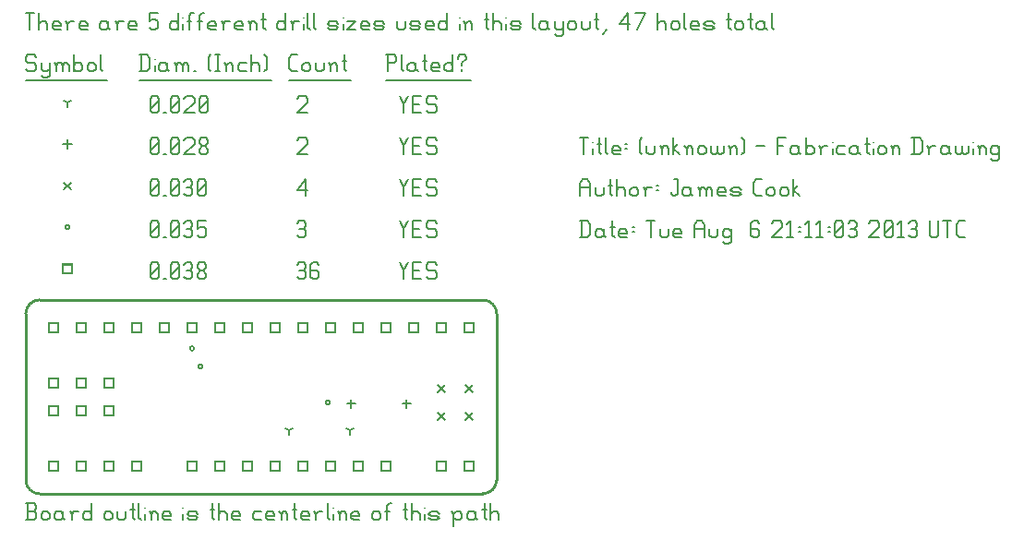
<source format=gbr>
G04 start of page 11 for group -3984 idx -3984 *
G04 Title: (unknown), fab *
G04 Creator: pcb 20110918 *
G04 CreationDate: Tue Aug  6 21:11:03 2013 UTC *
G04 For: mokus *
G04 Format: Gerber/RS-274X *
G04 PCB-Dimensions: 170000 70000 *
G04 PCB-Coordinate-Origin: lower left *
%MOIN*%
%FSLAX25Y25*%
%LNFAB*%
%ADD113C,0.0100*%
%ADD112C,0.0075*%
%ADD111C,0.0060*%
%ADD110R,0.0080X0.0080*%
G54D110*X88400Y61600D02*X91600D01*
X88400D02*Y58400D01*
X91600D01*
Y61600D02*Y58400D01*
X98400Y61600D02*X101600D01*
X98400D02*Y58400D01*
X101600D01*
Y61600D02*Y58400D01*
X108400Y61600D02*X111600D01*
X108400D02*Y58400D01*
X111600D01*
Y61600D02*Y58400D01*
X118400Y61600D02*X121600D01*
X118400D02*Y58400D01*
X121600D01*
Y61600D02*Y58400D01*
X128400Y61600D02*X131600D01*
X128400D02*Y58400D01*
X131600D01*
Y61600D02*Y58400D01*
X138400Y61600D02*X141600D01*
X138400D02*Y58400D01*
X141600D01*
Y61600D02*Y58400D01*
X148400Y61600D02*X151600D01*
X148400D02*Y58400D01*
X151600D01*
Y61600D02*Y58400D01*
X158400Y61600D02*X161600D01*
X158400D02*Y58400D01*
X161600D01*
Y61600D02*Y58400D01*
X8400Y61600D02*X11600D01*
X8400D02*Y58400D01*
X11600D01*
Y61600D02*Y58400D01*
X18400Y61600D02*X21600D01*
X18400D02*Y58400D01*
X21600D01*
Y61600D02*Y58400D01*
X28400Y61600D02*X31600D01*
X28400D02*Y58400D01*
X31600D01*
Y61600D02*Y58400D01*
X38400Y61600D02*X41600D01*
X38400D02*Y58400D01*
X41600D01*
Y61600D02*Y58400D01*
X48400Y61600D02*X51600D01*
X48400D02*Y58400D01*
X51600D01*
Y61600D02*Y58400D01*
X58400Y61600D02*X61600D01*
X58400D02*Y58400D01*
X61600D01*
Y61600D02*Y58400D01*
X68400Y61600D02*X71600D01*
X68400D02*Y58400D01*
X71600D01*
Y61600D02*Y58400D01*
X78400Y61600D02*X81600D01*
X78400D02*Y58400D01*
X81600D01*
Y61600D02*Y58400D01*
X158400Y11600D02*X161600D01*
X158400D02*Y8400D01*
X161600D01*
Y11600D02*Y8400D01*
X148400Y11600D02*X151600D01*
X148400D02*Y8400D01*
X151600D01*
Y11600D02*Y8400D01*
X128400Y11600D02*X131600D01*
X128400D02*Y8400D01*
X131600D01*
Y11600D02*Y8400D01*
X118400Y11600D02*X121600D01*
X118400D02*Y8400D01*
X121600D01*
Y11600D02*Y8400D01*
X108400Y11600D02*X111600D01*
X108400D02*Y8400D01*
X111600D01*
Y11600D02*Y8400D01*
X98400Y11600D02*X101600D01*
X98400D02*Y8400D01*
X101600D01*
Y11600D02*Y8400D01*
X88400Y11600D02*X91600D01*
X88400D02*Y8400D01*
X91600D01*
Y11600D02*Y8400D01*
X78400Y11600D02*X81600D01*
X78400D02*Y8400D01*
X81600D01*
Y11600D02*Y8400D01*
X68400Y11600D02*X71600D01*
X68400D02*Y8400D01*
X71600D01*
Y11600D02*Y8400D01*
X58400Y11600D02*X61600D01*
X58400D02*Y8400D01*
X61600D01*
Y11600D02*Y8400D01*
X8400Y11600D02*X11600D01*
X8400D02*Y8400D01*
X11600D01*
Y11600D02*Y8400D01*
X18400Y11600D02*X21600D01*
X18400D02*Y8400D01*
X21600D01*
Y11600D02*Y8400D01*
X28400Y11600D02*X31600D01*
X28400D02*Y8400D01*
X31600D01*
Y11600D02*Y8400D01*
X38400Y11600D02*X41600D01*
X38400D02*Y8400D01*
X41600D01*
Y11600D02*Y8400D01*
X8400Y31600D02*X11600D01*
X8400D02*Y28400D01*
X11600D01*
Y31600D02*Y28400D01*
X8400Y41600D02*X11600D01*
X8400D02*Y38400D01*
X11600D01*
Y41600D02*Y38400D01*
X18400Y31600D02*X21600D01*
X18400D02*Y28400D01*
X21600D01*
Y31600D02*Y28400D01*
X18400Y41600D02*X21600D01*
X18400D02*Y38400D01*
X21600D01*
Y41600D02*Y38400D01*
X28400Y31600D02*X31600D01*
X28400D02*Y28400D01*
X31600D01*
Y31600D02*Y28400D01*
X28400Y41600D02*X31600D01*
X28400D02*Y38400D01*
X31600D01*
Y41600D02*Y38400D01*
X13400Y82850D02*X16600D01*
X13400D02*Y79650D01*
X16600D01*
Y82850D02*Y79650D01*
G54D111*X135000Y83500D02*X136500Y80500D01*
X138000Y83500D01*
X136500Y80500D02*Y77500D01*
X139800Y80800D02*X142050D01*
X139800Y77500D02*X142800D01*
X139800Y83500D02*Y77500D01*
Y83500D02*X142800D01*
X147600D02*X148350Y82750D01*
X145350Y83500D02*X147600D01*
X144600Y82750D02*X145350Y83500D01*
X144600Y82750D02*Y81250D01*
X145350Y80500D01*
X147600D01*
X148350Y79750D01*
Y78250D01*
X147600Y77500D02*X148350Y78250D01*
X145350Y77500D02*X147600D01*
X144600Y78250D02*X145350Y77500D01*
X98000Y82750D02*X98750Y83500D01*
X100250D01*
X101000Y82750D01*
X100250Y77500D02*X101000Y78250D01*
X98750Y77500D02*X100250D01*
X98000Y78250D02*X98750Y77500D01*
Y80800D02*X100250D01*
X101000Y82750D02*Y81550D01*
Y80050D02*Y78250D01*
Y80050D02*X100250Y80800D01*
X101000Y81550D02*X100250Y80800D01*
X105050Y83500D02*X105800Y82750D01*
X103550Y83500D02*X105050D01*
X102800Y82750D02*X103550Y83500D01*
X102800Y82750D02*Y78250D01*
X103550Y77500D01*
X105050Y80800D02*X105800Y80050D01*
X102800Y80800D02*X105050D01*
X103550Y77500D02*X105050D01*
X105800Y78250D01*
Y80050D02*Y78250D01*
X45000D02*X45750Y77500D01*
X45000Y82750D02*Y78250D01*
Y82750D02*X45750Y83500D01*
X47250D01*
X48000Y82750D01*
Y78250D01*
X47250Y77500D02*X48000Y78250D01*
X45750Y77500D02*X47250D01*
X45000Y79000D02*X48000Y82000D01*
X49800Y77500D02*X50550D01*
X52350Y78250D02*X53100Y77500D01*
X52350Y82750D02*Y78250D01*
Y82750D02*X53100Y83500D01*
X54600D01*
X55350Y82750D01*
Y78250D01*
X54600Y77500D02*X55350Y78250D01*
X53100Y77500D02*X54600D01*
X52350Y79000D02*X55350Y82000D01*
X57150Y82750D02*X57900Y83500D01*
X59400D01*
X60150Y82750D01*
X59400Y77500D02*X60150Y78250D01*
X57900Y77500D02*X59400D01*
X57150Y78250D02*X57900Y77500D01*
Y80800D02*X59400D01*
X60150Y82750D02*Y81550D01*
Y80050D02*Y78250D01*
Y80050D02*X59400Y80800D01*
X60150Y81550D02*X59400Y80800D01*
X61950Y78250D02*X62700Y77500D01*
X61950Y79450D02*Y78250D01*
Y79450D02*X63000Y80500D01*
X63900D01*
X64950Y79450D01*
Y78250D01*
X64200Y77500D02*X64950Y78250D01*
X62700Y77500D02*X64200D01*
X61950Y81550D02*X63000Y80500D01*
X61950Y82750D02*Y81550D01*
Y82750D02*X62700Y83500D01*
X64200D01*
X64950Y82750D01*
Y81550D01*
X63900Y80500D02*X64950Y81550D01*
X59200Y52500D02*G75*G03X60800Y52500I800J0D01*G01*
G75*G03X59200Y52500I-800J0D01*G01*
X62200Y46000D02*G75*G03X63800Y46000I800J0D01*G01*
G75*G03X62200Y46000I-800J0D01*G01*
X108200Y33000D02*G75*G03X109800Y33000I800J0D01*G01*
G75*G03X108200Y33000I-800J0D01*G01*
X14200Y96250D02*G75*G03X15800Y96250I800J0D01*G01*
G75*G03X14200Y96250I-800J0D01*G01*
X135000Y98500D02*X136500Y95500D01*
X138000Y98500D01*
X136500Y95500D02*Y92500D01*
X139800Y95800D02*X142050D01*
X139800Y92500D02*X142800D01*
X139800Y98500D02*Y92500D01*
Y98500D02*X142800D01*
X147600D02*X148350Y97750D01*
X145350Y98500D02*X147600D01*
X144600Y97750D02*X145350Y98500D01*
X144600Y97750D02*Y96250D01*
X145350Y95500D01*
X147600D01*
X148350Y94750D01*
Y93250D01*
X147600Y92500D02*X148350Y93250D01*
X145350Y92500D02*X147600D01*
X144600Y93250D02*X145350Y92500D01*
X98000Y97750D02*X98750Y98500D01*
X100250D01*
X101000Y97750D01*
X100250Y92500D02*X101000Y93250D01*
X98750Y92500D02*X100250D01*
X98000Y93250D02*X98750Y92500D01*
Y95800D02*X100250D01*
X101000Y97750D02*Y96550D01*
Y95050D02*Y93250D01*
Y95050D02*X100250Y95800D01*
X101000Y96550D02*X100250Y95800D01*
X45000Y93250D02*X45750Y92500D01*
X45000Y97750D02*Y93250D01*
Y97750D02*X45750Y98500D01*
X47250D01*
X48000Y97750D01*
Y93250D01*
X47250Y92500D02*X48000Y93250D01*
X45750Y92500D02*X47250D01*
X45000Y94000D02*X48000Y97000D01*
X49800Y92500D02*X50550D01*
X52350Y93250D02*X53100Y92500D01*
X52350Y97750D02*Y93250D01*
Y97750D02*X53100Y98500D01*
X54600D01*
X55350Y97750D01*
Y93250D01*
X54600Y92500D02*X55350Y93250D01*
X53100Y92500D02*X54600D01*
X52350Y94000D02*X55350Y97000D01*
X57150Y97750D02*X57900Y98500D01*
X59400D01*
X60150Y97750D01*
X59400Y92500D02*X60150Y93250D01*
X57900Y92500D02*X59400D01*
X57150Y93250D02*X57900Y92500D01*
Y95800D02*X59400D01*
X60150Y97750D02*Y96550D01*
Y95050D02*Y93250D01*
Y95050D02*X59400Y95800D01*
X60150Y96550D02*X59400Y95800D01*
X61950Y98500D02*X64950D01*
X61950D02*Y95500D01*
X62700Y96250D01*
X64200D01*
X64950Y95500D01*
Y93250D01*
X64200Y92500D02*X64950Y93250D01*
X62700Y92500D02*X64200D01*
X61950Y93250D02*X62700Y92500D01*
X148800Y39200D02*X151200Y36800D01*
X148800D02*X151200Y39200D01*
X148800Y29200D02*X151200Y26800D01*
X148800D02*X151200Y29200D01*
X158800Y39186D02*X161200Y36786D01*
X158800D02*X161200Y39186D01*
X158800Y29186D02*X161200Y26786D01*
X158800D02*X161200Y29186D01*
X13800Y112450D02*X16200Y110050D01*
X13800D02*X16200Y112450D01*
X135000Y113500D02*X136500Y110500D01*
X138000Y113500D01*
X136500Y110500D02*Y107500D01*
X139800Y110800D02*X142050D01*
X139800Y107500D02*X142800D01*
X139800Y113500D02*Y107500D01*
Y113500D02*X142800D01*
X147600D02*X148350Y112750D01*
X145350Y113500D02*X147600D01*
X144600Y112750D02*X145350Y113500D01*
X144600Y112750D02*Y111250D01*
X145350Y110500D01*
X147600D01*
X148350Y109750D01*
Y108250D01*
X147600Y107500D02*X148350Y108250D01*
X145350Y107500D02*X147600D01*
X144600Y108250D02*X145350Y107500D01*
X98000Y109750D02*X101000Y113500D01*
X98000Y109750D02*X101750D01*
X101000Y113500D02*Y107500D01*
X45000Y108250D02*X45750Y107500D01*
X45000Y112750D02*Y108250D01*
Y112750D02*X45750Y113500D01*
X47250D01*
X48000Y112750D01*
Y108250D01*
X47250Y107500D02*X48000Y108250D01*
X45750Y107500D02*X47250D01*
X45000Y109000D02*X48000Y112000D01*
X49800Y107500D02*X50550D01*
X52350Y108250D02*X53100Y107500D01*
X52350Y112750D02*Y108250D01*
Y112750D02*X53100Y113500D01*
X54600D01*
X55350Y112750D01*
Y108250D01*
X54600Y107500D02*X55350Y108250D01*
X53100Y107500D02*X54600D01*
X52350Y109000D02*X55350Y112000D01*
X57150Y112750D02*X57900Y113500D01*
X59400D01*
X60150Y112750D01*
X59400Y107500D02*X60150Y108250D01*
X57900Y107500D02*X59400D01*
X57150Y108250D02*X57900Y107500D01*
Y110800D02*X59400D01*
X60150Y112750D02*Y111550D01*
Y110050D02*Y108250D01*
Y110050D02*X59400Y110800D01*
X60150Y111550D02*X59400Y110800D01*
X61950Y108250D02*X62700Y107500D01*
X61950Y112750D02*Y108250D01*
Y112750D02*X62700Y113500D01*
X64200D01*
X64950Y112750D01*
Y108250D01*
X64200Y107500D02*X64950Y108250D01*
X62700Y107500D02*X64200D01*
X61950Y109000D02*X64950Y112000D01*
X117500Y34100D02*Y30900D01*
X115900Y32500D02*X119100D01*
X137500Y34100D02*Y30900D01*
X135900Y32500D02*X139100D01*
X15000Y127850D02*Y124650D01*
X13400Y126250D02*X16600D01*
X135000Y128500D02*X136500Y125500D01*
X138000Y128500D01*
X136500Y125500D02*Y122500D01*
X139800Y125800D02*X142050D01*
X139800Y122500D02*X142800D01*
X139800Y128500D02*Y122500D01*
Y128500D02*X142800D01*
X147600D02*X148350Y127750D01*
X145350Y128500D02*X147600D01*
X144600Y127750D02*X145350Y128500D01*
X144600Y127750D02*Y126250D01*
X145350Y125500D01*
X147600D01*
X148350Y124750D01*
Y123250D01*
X147600Y122500D02*X148350Y123250D01*
X145350Y122500D02*X147600D01*
X144600Y123250D02*X145350Y122500D01*
X98000Y127750D02*X98750Y128500D01*
X101000D01*
X101750Y127750D01*
Y126250D01*
X98000Y122500D02*X101750Y126250D01*
X98000Y122500D02*X101750D01*
X45000Y123250D02*X45750Y122500D01*
X45000Y127750D02*Y123250D01*
Y127750D02*X45750Y128500D01*
X47250D01*
X48000Y127750D01*
Y123250D01*
X47250Y122500D02*X48000Y123250D01*
X45750Y122500D02*X47250D01*
X45000Y124000D02*X48000Y127000D01*
X49800Y122500D02*X50550D01*
X52350Y123250D02*X53100Y122500D01*
X52350Y127750D02*Y123250D01*
Y127750D02*X53100Y128500D01*
X54600D01*
X55350Y127750D01*
Y123250D01*
X54600Y122500D02*X55350Y123250D01*
X53100Y122500D02*X54600D01*
X52350Y124000D02*X55350Y127000D01*
X57150Y127750D02*X57900Y128500D01*
X60150D01*
X60900Y127750D01*
Y126250D01*
X57150Y122500D02*X60900Y126250D01*
X57150Y122500D02*X60900D01*
X62700Y123250D02*X63450Y122500D01*
X62700Y124450D02*Y123250D01*
Y124450D02*X63750Y125500D01*
X64650D01*
X65700Y124450D01*
Y123250D01*
X64950Y122500D02*X65700Y123250D01*
X63450Y122500D02*X64950D01*
X62700Y126550D02*X63750Y125500D01*
X62700Y127750D02*Y126550D01*
Y127750D02*X63450Y128500D01*
X64950D01*
X65700Y127750D01*
Y126550D01*
X64650Y125500D02*X65700Y126550D01*
X95000Y23000D02*Y21400D01*
Y23000D02*X96387Y23800D01*
X95000Y23000D02*X93613Y23800D01*
X117000Y23000D02*Y21400D01*
Y23000D02*X118387Y23800D01*
X117000Y23000D02*X115613Y23800D01*
X15000Y141250D02*Y139650D01*
Y141250D02*X16387Y142050D01*
X15000Y141250D02*X13613Y142050D01*
X135000Y143500D02*X136500Y140500D01*
X138000Y143500D01*
X136500Y140500D02*Y137500D01*
X139800Y140800D02*X142050D01*
X139800Y137500D02*X142800D01*
X139800Y143500D02*Y137500D01*
Y143500D02*X142800D01*
X147600D02*X148350Y142750D01*
X145350Y143500D02*X147600D01*
X144600Y142750D02*X145350Y143500D01*
X144600Y142750D02*Y141250D01*
X145350Y140500D01*
X147600D01*
X148350Y139750D01*
Y138250D01*
X147600Y137500D02*X148350Y138250D01*
X145350Y137500D02*X147600D01*
X144600Y138250D02*X145350Y137500D01*
X98000Y142750D02*X98750Y143500D01*
X101000D01*
X101750Y142750D01*
Y141250D01*
X98000Y137500D02*X101750Y141250D01*
X98000Y137500D02*X101750D01*
X45000Y138250D02*X45750Y137500D01*
X45000Y142750D02*Y138250D01*
Y142750D02*X45750Y143500D01*
X47250D01*
X48000Y142750D01*
Y138250D01*
X47250Y137500D02*X48000Y138250D01*
X45750Y137500D02*X47250D01*
X45000Y139000D02*X48000Y142000D01*
X49800Y137500D02*X50550D01*
X52350Y138250D02*X53100Y137500D01*
X52350Y142750D02*Y138250D01*
Y142750D02*X53100Y143500D01*
X54600D01*
X55350Y142750D01*
Y138250D01*
X54600Y137500D02*X55350Y138250D01*
X53100Y137500D02*X54600D01*
X52350Y139000D02*X55350Y142000D01*
X57150Y142750D02*X57900Y143500D01*
X60150D01*
X60900Y142750D01*
Y141250D01*
X57150Y137500D02*X60900Y141250D01*
X57150Y137500D02*X60900D01*
X62700Y138250D02*X63450Y137500D01*
X62700Y142750D02*Y138250D01*
Y142750D02*X63450Y143500D01*
X64950D01*
X65700Y142750D01*
Y138250D01*
X64950Y137500D02*X65700Y138250D01*
X63450Y137500D02*X64950D01*
X62700Y139000D02*X65700Y142000D01*
X3000Y158500D02*X3750Y157750D01*
X750Y158500D02*X3000D01*
X0Y157750D02*X750Y158500D01*
X0Y157750D02*Y156250D01*
X750Y155500D01*
X3000D01*
X3750Y154750D01*
Y153250D01*
X3000Y152500D02*X3750Y153250D01*
X750Y152500D02*X3000D01*
X0Y153250D02*X750Y152500D01*
X5550Y155500D02*Y153250D01*
X6300Y152500D01*
X8550Y155500D02*Y151000D01*
X7800Y150250D02*X8550Y151000D01*
X6300Y150250D02*X7800D01*
X5550Y151000D02*X6300Y150250D01*
Y152500D02*X7800D01*
X8550Y153250D01*
X11100Y154750D02*Y152500D01*
Y154750D02*X11850Y155500D01*
X12600D01*
X13350Y154750D01*
Y152500D01*
Y154750D02*X14100Y155500D01*
X14850D01*
X15600Y154750D01*
Y152500D01*
X10350Y155500D02*X11100Y154750D01*
X17400Y158500D02*Y152500D01*
Y153250D02*X18150Y152500D01*
X19650D01*
X20400Y153250D01*
Y154750D02*Y153250D01*
X19650Y155500D02*X20400Y154750D01*
X18150Y155500D02*X19650D01*
X17400Y154750D02*X18150Y155500D01*
X22200Y154750D02*Y153250D01*
Y154750D02*X22950Y155500D01*
X24450D01*
X25200Y154750D01*
Y153250D01*
X24450Y152500D02*X25200Y153250D01*
X22950Y152500D02*X24450D01*
X22200Y153250D02*X22950Y152500D01*
X27000Y158500D02*Y153250D01*
X27750Y152500D01*
X0Y149250D02*X29250D01*
X41750Y158500D02*Y152500D01*
X43700Y158500D02*X44750Y157450D01*
Y153550D01*
X43700Y152500D02*X44750Y153550D01*
X41000Y152500D02*X43700D01*
X41000Y158500D02*X43700D01*
G54D112*X46550Y157000D02*Y156850D01*
G54D111*Y154750D02*Y152500D01*
X50300Y155500D02*X51050Y154750D01*
X48800Y155500D02*X50300D01*
X48050Y154750D02*X48800Y155500D01*
X48050Y154750D02*Y153250D01*
X48800Y152500D01*
X51050Y155500D02*Y153250D01*
X51800Y152500D01*
X48800D02*X50300D01*
X51050Y153250D01*
X54350Y154750D02*Y152500D01*
Y154750D02*X55100Y155500D01*
X55850D01*
X56600Y154750D01*
Y152500D01*
Y154750D02*X57350Y155500D01*
X58100D01*
X58850Y154750D01*
Y152500D01*
X53600Y155500D02*X54350Y154750D01*
X60650Y152500D02*X61400D01*
X65900Y153250D02*X66650Y152500D01*
X65900Y157750D02*X66650Y158500D01*
X65900Y157750D02*Y153250D01*
X68450Y158500D02*X69950D01*
X69200D02*Y152500D01*
X68450D02*X69950D01*
X72500Y154750D02*Y152500D01*
Y154750D02*X73250Y155500D01*
X74000D01*
X74750Y154750D01*
Y152500D01*
X71750Y155500D02*X72500Y154750D01*
X77300Y155500D02*X79550D01*
X76550Y154750D02*X77300Y155500D01*
X76550Y154750D02*Y153250D01*
X77300Y152500D01*
X79550D01*
X81350Y158500D02*Y152500D01*
Y154750D02*X82100Y155500D01*
X83600D01*
X84350Y154750D01*
Y152500D01*
X86150Y158500D02*X86900Y157750D01*
Y153250D01*
X86150Y152500D02*X86900Y153250D01*
X41000Y149250D02*X88700D01*
X96050Y152500D02*X98000D01*
X95000Y153550D02*X96050Y152500D01*
X95000Y157450D02*Y153550D01*
Y157450D02*X96050Y158500D01*
X98000D01*
X99800Y154750D02*Y153250D01*
Y154750D02*X100550Y155500D01*
X102050D01*
X102800Y154750D01*
Y153250D01*
X102050Y152500D02*X102800Y153250D01*
X100550Y152500D02*X102050D01*
X99800Y153250D02*X100550Y152500D01*
X104600Y155500D02*Y153250D01*
X105350Y152500D01*
X106850D01*
X107600Y153250D01*
Y155500D02*Y153250D01*
X110150Y154750D02*Y152500D01*
Y154750D02*X110900Y155500D01*
X111650D01*
X112400Y154750D01*
Y152500D01*
X109400Y155500D02*X110150Y154750D01*
X114950Y158500D02*Y153250D01*
X115700Y152500D01*
X114200Y156250D02*X115700D01*
X95000Y149250D02*X117200D01*
X130750Y158500D02*Y152500D01*
X130000Y158500D02*X133000D01*
X133750Y157750D01*
Y156250D01*
X133000Y155500D02*X133750Y156250D01*
X130750Y155500D02*X133000D01*
X135550Y158500D02*Y153250D01*
X136300Y152500D01*
X140050Y155500D02*X140800Y154750D01*
X138550Y155500D02*X140050D01*
X137800Y154750D02*X138550Y155500D01*
X137800Y154750D02*Y153250D01*
X138550Y152500D01*
X140800Y155500D02*Y153250D01*
X141550Y152500D01*
X138550D02*X140050D01*
X140800Y153250D01*
X144100Y158500D02*Y153250D01*
X144850Y152500D01*
X143350Y156250D02*X144850D01*
X147100Y152500D02*X149350D01*
X146350Y153250D02*X147100Y152500D01*
X146350Y154750D02*Y153250D01*
Y154750D02*X147100Y155500D01*
X148600D01*
X149350Y154750D01*
X146350Y154000D02*X149350D01*
Y154750D02*Y154000D01*
X154150Y158500D02*Y152500D01*
X153400D02*X154150Y153250D01*
X151900Y152500D02*X153400D01*
X151150Y153250D02*X151900Y152500D01*
X151150Y154750D02*Y153250D01*
Y154750D02*X151900Y155500D01*
X153400D01*
X154150Y154750D01*
X157450Y155500D02*Y154750D01*
Y153250D02*Y152500D01*
X155950Y157750D02*Y157000D01*
Y157750D02*X156700Y158500D01*
X158200D01*
X158950Y157750D01*
Y157000D01*
X157450Y155500D02*X158950Y157000D01*
X130000Y149250D02*X160750D01*
X0Y173500D02*X3000D01*
X1500D02*Y167500D01*
X4800Y173500D02*Y167500D01*
Y169750D02*X5550Y170500D01*
X7050D01*
X7800Y169750D01*
Y167500D01*
X10350D02*X12600D01*
X9600Y168250D02*X10350Y167500D01*
X9600Y169750D02*Y168250D01*
Y169750D02*X10350Y170500D01*
X11850D01*
X12600Y169750D01*
X9600Y169000D02*X12600D01*
Y169750D02*Y169000D01*
X15150Y169750D02*Y167500D01*
Y169750D02*X15900Y170500D01*
X17400D01*
X14400D02*X15150Y169750D01*
X19950Y167500D02*X22200D01*
X19200Y168250D02*X19950Y167500D01*
X19200Y169750D02*Y168250D01*
Y169750D02*X19950Y170500D01*
X21450D01*
X22200Y169750D01*
X19200Y169000D02*X22200D01*
Y169750D02*Y169000D01*
X28950Y170500D02*X29700Y169750D01*
X27450Y170500D02*X28950D01*
X26700Y169750D02*X27450Y170500D01*
X26700Y169750D02*Y168250D01*
X27450Y167500D01*
X29700Y170500D02*Y168250D01*
X30450Y167500D01*
X27450D02*X28950D01*
X29700Y168250D01*
X33000Y169750D02*Y167500D01*
Y169750D02*X33750Y170500D01*
X35250D01*
X32250D02*X33000Y169750D01*
X37800Y167500D02*X40050D01*
X37050Y168250D02*X37800Y167500D01*
X37050Y169750D02*Y168250D01*
Y169750D02*X37800Y170500D01*
X39300D01*
X40050Y169750D01*
X37050Y169000D02*X40050D01*
Y169750D02*Y169000D01*
X44550Y173500D02*X47550D01*
X44550D02*Y170500D01*
X45300Y171250D01*
X46800D01*
X47550Y170500D01*
Y168250D01*
X46800Y167500D02*X47550Y168250D01*
X45300Y167500D02*X46800D01*
X44550Y168250D02*X45300Y167500D01*
X55050Y173500D02*Y167500D01*
X54300D02*X55050Y168250D01*
X52800Y167500D02*X54300D01*
X52050Y168250D02*X52800Y167500D01*
X52050Y169750D02*Y168250D01*
Y169750D02*X52800Y170500D01*
X54300D01*
X55050Y169750D01*
G54D112*X56850Y172000D02*Y171850D01*
G54D111*Y169750D02*Y167500D01*
X59100Y172750D02*Y167500D01*
Y172750D02*X59850Y173500D01*
X60600D01*
X58350Y170500D02*X59850D01*
X62850Y172750D02*Y167500D01*
Y172750D02*X63600Y173500D01*
X64350D01*
X62100Y170500D02*X63600D01*
X66600Y167500D02*X68850D01*
X65850Y168250D02*X66600Y167500D01*
X65850Y169750D02*Y168250D01*
Y169750D02*X66600Y170500D01*
X68100D01*
X68850Y169750D01*
X65850Y169000D02*X68850D01*
Y169750D02*Y169000D01*
X71400Y169750D02*Y167500D01*
Y169750D02*X72150Y170500D01*
X73650D01*
X70650D02*X71400Y169750D01*
X76200Y167500D02*X78450D01*
X75450Y168250D02*X76200Y167500D01*
X75450Y169750D02*Y168250D01*
Y169750D02*X76200Y170500D01*
X77700D01*
X78450Y169750D01*
X75450Y169000D02*X78450D01*
Y169750D02*Y169000D01*
X81000Y169750D02*Y167500D01*
Y169750D02*X81750Y170500D01*
X82500D01*
X83250Y169750D01*
Y167500D01*
X80250Y170500D02*X81000Y169750D01*
X85800Y173500D02*Y168250D01*
X86550Y167500D01*
X85050Y171250D02*X86550D01*
X93750Y173500D02*Y167500D01*
X93000D02*X93750Y168250D01*
X91500Y167500D02*X93000D01*
X90750Y168250D02*X91500Y167500D01*
X90750Y169750D02*Y168250D01*
Y169750D02*X91500Y170500D01*
X93000D01*
X93750Y169750D01*
X96300D02*Y167500D01*
Y169750D02*X97050Y170500D01*
X98550D01*
X95550D02*X96300Y169750D01*
G54D112*X100350Y172000D02*Y171850D01*
G54D111*Y169750D02*Y167500D01*
X101850Y173500D02*Y168250D01*
X102600Y167500D01*
X104100Y173500D02*Y168250D01*
X104850Y167500D01*
X109800D02*X112050D01*
X112800Y168250D01*
X112050Y169000D02*X112800Y168250D01*
X109800Y169000D02*X112050D01*
X109050Y169750D02*X109800Y169000D01*
X109050Y169750D02*X109800Y170500D01*
X112050D01*
X112800Y169750D01*
X109050Y168250D02*X109800Y167500D01*
G54D112*X114600Y172000D02*Y171850D01*
G54D111*Y169750D02*Y167500D01*
X116100Y170500D02*X119100D01*
X116100Y167500D02*X119100Y170500D01*
X116100Y167500D02*X119100D01*
X121650D02*X123900D01*
X120900Y168250D02*X121650Y167500D01*
X120900Y169750D02*Y168250D01*
Y169750D02*X121650Y170500D01*
X123150D01*
X123900Y169750D01*
X120900Y169000D02*X123900D01*
Y169750D02*Y169000D01*
X126450Y167500D02*X128700D01*
X129450Y168250D01*
X128700Y169000D02*X129450Y168250D01*
X126450Y169000D02*X128700D01*
X125700Y169750D02*X126450Y169000D01*
X125700Y169750D02*X126450Y170500D01*
X128700D01*
X129450Y169750D01*
X125700Y168250D02*X126450Y167500D01*
X133950Y170500D02*Y168250D01*
X134700Y167500D01*
X136200D01*
X136950Y168250D01*
Y170500D02*Y168250D01*
X139500Y167500D02*X141750D01*
X142500Y168250D01*
X141750Y169000D02*X142500Y168250D01*
X139500Y169000D02*X141750D01*
X138750Y169750D02*X139500Y169000D01*
X138750Y169750D02*X139500Y170500D01*
X141750D01*
X142500Y169750D01*
X138750Y168250D02*X139500Y167500D01*
X145050D02*X147300D01*
X144300Y168250D02*X145050Y167500D01*
X144300Y169750D02*Y168250D01*
Y169750D02*X145050Y170500D01*
X146550D01*
X147300Y169750D01*
X144300Y169000D02*X147300D01*
Y169750D02*Y169000D01*
X152100Y173500D02*Y167500D01*
X151350D02*X152100Y168250D01*
X149850Y167500D02*X151350D01*
X149100Y168250D02*X149850Y167500D01*
X149100Y169750D02*Y168250D01*
Y169750D02*X149850Y170500D01*
X151350D01*
X152100Y169750D01*
G54D112*X156600Y172000D02*Y171850D01*
G54D111*Y169750D02*Y167500D01*
X158850Y169750D02*Y167500D01*
Y169750D02*X159600Y170500D01*
X160350D01*
X161100Y169750D01*
Y167500D01*
X158100Y170500D02*X158850Y169750D01*
X166350Y173500D02*Y168250D01*
X167100Y167500D01*
X165600Y171250D02*X167100D01*
X168600Y173500D02*Y167500D01*
Y169750D02*X169350Y170500D01*
X170850D01*
X171600Y169750D01*
Y167500D01*
G54D112*X173400Y172000D02*Y171850D01*
G54D111*Y169750D02*Y167500D01*
X175650D02*X177900D01*
X178650Y168250D01*
X177900Y169000D02*X178650Y168250D01*
X175650Y169000D02*X177900D01*
X174900Y169750D02*X175650Y169000D01*
X174900Y169750D02*X175650Y170500D01*
X177900D01*
X178650Y169750D01*
X174900Y168250D02*X175650Y167500D01*
X183150Y173500D02*Y168250D01*
X183900Y167500D01*
X187650Y170500D02*X188400Y169750D01*
X186150Y170500D02*X187650D01*
X185400Y169750D02*X186150Y170500D01*
X185400Y169750D02*Y168250D01*
X186150Y167500D01*
X188400Y170500D02*Y168250D01*
X189150Y167500D01*
X186150D02*X187650D01*
X188400Y168250D01*
X190950Y170500D02*Y168250D01*
X191700Y167500D01*
X193950Y170500D02*Y166000D01*
X193200Y165250D02*X193950Y166000D01*
X191700Y165250D02*X193200D01*
X190950Y166000D02*X191700Y165250D01*
Y167500D02*X193200D01*
X193950Y168250D01*
X195750Y169750D02*Y168250D01*
Y169750D02*X196500Y170500D01*
X198000D01*
X198750Y169750D01*
Y168250D01*
X198000Y167500D02*X198750Y168250D01*
X196500Y167500D02*X198000D01*
X195750Y168250D02*X196500Y167500D01*
X200550Y170500D02*Y168250D01*
X201300Y167500D01*
X202800D01*
X203550Y168250D01*
Y170500D02*Y168250D01*
X206100Y173500D02*Y168250D01*
X206850Y167500D01*
X205350Y171250D02*X206850D01*
X208350Y166000D02*X209850Y167500D01*
X214350Y169750D02*X217350Y173500D01*
X214350Y169750D02*X218100D01*
X217350Y173500D02*Y167500D01*
X220650D02*X223650Y173500D01*
X219900D02*X223650D01*
X228150D02*Y167500D01*
Y169750D02*X228900Y170500D01*
X230400D01*
X231150Y169750D01*
Y167500D01*
X232950Y169750D02*Y168250D01*
Y169750D02*X233700Y170500D01*
X235200D01*
X235950Y169750D01*
Y168250D01*
X235200Y167500D02*X235950Y168250D01*
X233700Y167500D02*X235200D01*
X232950Y168250D02*X233700Y167500D01*
X237750Y173500D02*Y168250D01*
X238500Y167500D01*
X240750D02*X243000D01*
X240000Y168250D02*X240750Y167500D01*
X240000Y169750D02*Y168250D01*
Y169750D02*X240750Y170500D01*
X242250D01*
X243000Y169750D01*
X240000Y169000D02*X243000D01*
Y169750D02*Y169000D01*
X245550Y167500D02*X247800D01*
X248550Y168250D01*
X247800Y169000D02*X248550Y168250D01*
X245550Y169000D02*X247800D01*
X244800Y169750D02*X245550Y169000D01*
X244800Y169750D02*X245550Y170500D01*
X247800D01*
X248550Y169750D01*
X244800Y168250D02*X245550Y167500D01*
X253800Y173500D02*Y168250D01*
X254550Y167500D01*
X253050Y171250D02*X254550D01*
X256050Y169750D02*Y168250D01*
Y169750D02*X256800Y170500D01*
X258300D01*
X259050Y169750D01*
Y168250D01*
X258300Y167500D02*X259050Y168250D01*
X256800Y167500D02*X258300D01*
X256050Y168250D02*X256800Y167500D01*
X261600Y173500D02*Y168250D01*
X262350Y167500D01*
X260850Y171250D02*X262350D01*
X266100Y170500D02*X266850Y169750D01*
X264600Y170500D02*X266100D01*
X263850Y169750D02*X264600Y170500D01*
X263850Y169750D02*Y168250D01*
X264600Y167500D01*
X266850Y170500D02*Y168250D01*
X267600Y167500D01*
X264600D02*X266100D01*
X266850Y168250D01*
X269400Y173500D02*Y168250D01*
X270150Y167500D01*
G54D113*X170000Y5000D02*Y65000D01*
X165000Y70000D02*X5000D01*
X0Y65000D02*Y5000D01*
X5000Y0D02*X165000D01*
X0Y65000D02*G75*G02X5000Y70000I5000J0D01*G01*
X0Y5000D02*G75*G03X5000Y0I5000J0D01*G01*
X165000Y70000D02*G75*G02X170000Y65000I0J-5000D01*G01*
Y5000D02*G75*G02X165000Y0I-5000J0D01*G01*
G54D111*X0Y-9500D02*X3000D01*
X3750Y-8750D01*
Y-6950D02*Y-8750D01*
X3000Y-6200D02*X3750Y-6950D01*
X750Y-6200D02*X3000D01*
X750Y-3500D02*Y-9500D01*
X0Y-3500D02*X3000D01*
X3750Y-4250D01*
Y-5450D01*
X3000Y-6200D02*X3750Y-5450D01*
X5550Y-7250D02*Y-8750D01*
Y-7250D02*X6300Y-6500D01*
X7800D01*
X8550Y-7250D01*
Y-8750D01*
X7800Y-9500D02*X8550Y-8750D01*
X6300Y-9500D02*X7800D01*
X5550Y-8750D02*X6300Y-9500D01*
X12600Y-6500D02*X13350Y-7250D01*
X11100Y-6500D02*X12600D01*
X10350Y-7250D02*X11100Y-6500D01*
X10350Y-7250D02*Y-8750D01*
X11100Y-9500D01*
X13350Y-6500D02*Y-8750D01*
X14100Y-9500D01*
X11100D02*X12600D01*
X13350Y-8750D01*
X16650Y-7250D02*Y-9500D01*
Y-7250D02*X17400Y-6500D01*
X18900D01*
X15900D02*X16650Y-7250D01*
X23700Y-3500D02*Y-9500D01*
X22950D02*X23700Y-8750D01*
X21450Y-9500D02*X22950D01*
X20700Y-8750D02*X21450Y-9500D01*
X20700Y-7250D02*Y-8750D01*
Y-7250D02*X21450Y-6500D01*
X22950D01*
X23700Y-7250D01*
X28200D02*Y-8750D01*
Y-7250D02*X28950Y-6500D01*
X30450D01*
X31200Y-7250D01*
Y-8750D01*
X30450Y-9500D02*X31200Y-8750D01*
X28950Y-9500D02*X30450D01*
X28200Y-8750D02*X28950Y-9500D01*
X33000Y-6500D02*Y-8750D01*
X33750Y-9500D01*
X35250D01*
X36000Y-8750D01*
Y-6500D02*Y-8750D01*
X38550Y-3500D02*Y-8750D01*
X39300Y-9500D01*
X37800Y-5750D02*X39300D01*
X40800Y-3500D02*Y-8750D01*
X41550Y-9500D01*
G54D112*X43050Y-5000D02*Y-5150D01*
G54D111*Y-7250D02*Y-9500D01*
X45300Y-7250D02*Y-9500D01*
Y-7250D02*X46050Y-6500D01*
X46800D01*
X47550Y-7250D01*
Y-9500D01*
X44550Y-6500D02*X45300Y-7250D01*
X50100Y-9500D02*X52350D01*
X49350Y-8750D02*X50100Y-9500D01*
X49350Y-7250D02*Y-8750D01*
Y-7250D02*X50100Y-6500D01*
X51600D01*
X52350Y-7250D01*
X49350Y-8000D02*X52350D01*
Y-7250D02*Y-8000D01*
G54D112*X56850Y-5000D02*Y-5150D01*
G54D111*Y-7250D02*Y-9500D01*
X59100D02*X61350D01*
X62100Y-8750D01*
X61350Y-8000D02*X62100Y-8750D01*
X59100Y-8000D02*X61350D01*
X58350Y-7250D02*X59100Y-8000D01*
X58350Y-7250D02*X59100Y-6500D01*
X61350D01*
X62100Y-7250D01*
X58350Y-8750D02*X59100Y-9500D01*
X67350Y-3500D02*Y-8750D01*
X68100Y-9500D01*
X66600Y-5750D02*X68100D01*
X69600Y-3500D02*Y-9500D01*
Y-7250D02*X70350Y-6500D01*
X71850D01*
X72600Y-7250D01*
Y-9500D01*
X75150D02*X77400D01*
X74400Y-8750D02*X75150Y-9500D01*
X74400Y-7250D02*Y-8750D01*
Y-7250D02*X75150Y-6500D01*
X76650D01*
X77400Y-7250D01*
X74400Y-8000D02*X77400D01*
Y-7250D02*Y-8000D01*
X82650Y-6500D02*X84900D01*
X81900Y-7250D02*X82650Y-6500D01*
X81900Y-7250D02*Y-8750D01*
X82650Y-9500D01*
X84900D01*
X87450D02*X89700D01*
X86700Y-8750D02*X87450Y-9500D01*
X86700Y-7250D02*Y-8750D01*
Y-7250D02*X87450Y-6500D01*
X88950D01*
X89700Y-7250D01*
X86700Y-8000D02*X89700D01*
Y-7250D02*Y-8000D01*
X92250Y-7250D02*Y-9500D01*
Y-7250D02*X93000Y-6500D01*
X93750D01*
X94500Y-7250D01*
Y-9500D01*
X91500Y-6500D02*X92250Y-7250D01*
X97050Y-3500D02*Y-8750D01*
X97800Y-9500D01*
X96300Y-5750D02*X97800D01*
X100050Y-9500D02*X102300D01*
X99300Y-8750D02*X100050Y-9500D01*
X99300Y-7250D02*Y-8750D01*
Y-7250D02*X100050Y-6500D01*
X101550D01*
X102300Y-7250D01*
X99300Y-8000D02*X102300D01*
Y-7250D02*Y-8000D01*
X104850Y-7250D02*Y-9500D01*
Y-7250D02*X105600Y-6500D01*
X107100D01*
X104100D02*X104850Y-7250D01*
X108900Y-3500D02*Y-8750D01*
X109650Y-9500D01*
G54D112*X111150Y-5000D02*Y-5150D01*
G54D111*Y-7250D02*Y-9500D01*
X113400Y-7250D02*Y-9500D01*
Y-7250D02*X114150Y-6500D01*
X114900D01*
X115650Y-7250D01*
Y-9500D01*
X112650Y-6500D02*X113400Y-7250D01*
X118200Y-9500D02*X120450D01*
X117450Y-8750D02*X118200Y-9500D01*
X117450Y-7250D02*Y-8750D01*
Y-7250D02*X118200Y-6500D01*
X119700D01*
X120450Y-7250D01*
X117450Y-8000D02*X120450D01*
Y-7250D02*Y-8000D01*
X124950Y-7250D02*Y-8750D01*
Y-7250D02*X125700Y-6500D01*
X127200D01*
X127950Y-7250D01*
Y-8750D01*
X127200Y-9500D02*X127950Y-8750D01*
X125700Y-9500D02*X127200D01*
X124950Y-8750D02*X125700Y-9500D01*
X130500Y-4250D02*Y-9500D01*
Y-4250D02*X131250Y-3500D01*
X132000D01*
X129750Y-6500D02*X131250D01*
X136950Y-3500D02*Y-8750D01*
X137700Y-9500D01*
X136200Y-5750D02*X137700D01*
X139200Y-3500D02*Y-9500D01*
Y-7250D02*X139950Y-6500D01*
X141450D01*
X142200Y-7250D01*
Y-9500D01*
G54D112*X144000Y-5000D02*Y-5150D01*
G54D111*Y-7250D02*Y-9500D01*
X146250D02*X148500D01*
X149250Y-8750D01*
X148500Y-8000D02*X149250Y-8750D01*
X146250Y-8000D02*X148500D01*
X145500Y-7250D02*X146250Y-8000D01*
X145500Y-7250D02*X146250Y-6500D01*
X148500D01*
X149250Y-7250D01*
X145500Y-8750D02*X146250Y-9500D01*
X154500Y-7250D02*Y-11750D01*
X153750Y-6500D02*X154500Y-7250D01*
X155250Y-6500D01*
X156750D01*
X157500Y-7250D01*
Y-8750D01*
X156750Y-9500D02*X157500Y-8750D01*
X155250Y-9500D02*X156750D01*
X154500Y-8750D02*X155250Y-9500D01*
X161550Y-6500D02*X162300Y-7250D01*
X160050Y-6500D02*X161550D01*
X159300Y-7250D02*X160050Y-6500D01*
X159300Y-7250D02*Y-8750D01*
X160050Y-9500D01*
X162300Y-6500D02*Y-8750D01*
X163050Y-9500D01*
X160050D02*X161550D01*
X162300Y-8750D01*
X165600Y-3500D02*Y-8750D01*
X166350Y-9500D01*
X164850Y-5750D02*X166350D01*
X167850Y-3500D02*Y-9500D01*
Y-7250D02*X168600Y-6500D01*
X170100D01*
X170850Y-7250D01*
Y-9500D01*
X200750Y98500D02*Y92500D01*
X202700Y98500D02*X203750Y97450D01*
Y93550D01*
X202700Y92500D02*X203750Y93550D01*
X200000Y92500D02*X202700D01*
X200000Y98500D02*X202700D01*
X207800Y95500D02*X208550Y94750D01*
X206300Y95500D02*X207800D01*
X205550Y94750D02*X206300Y95500D01*
X205550Y94750D02*Y93250D01*
X206300Y92500D01*
X208550Y95500D02*Y93250D01*
X209300Y92500D01*
X206300D02*X207800D01*
X208550Y93250D01*
X211850Y98500D02*Y93250D01*
X212600Y92500D01*
X211100Y96250D02*X212600D01*
X214850Y92500D02*X217100D01*
X214100Y93250D02*X214850Y92500D01*
X214100Y94750D02*Y93250D01*
Y94750D02*X214850Y95500D01*
X216350D01*
X217100Y94750D01*
X214100Y94000D02*X217100D01*
Y94750D02*Y94000D01*
X218900Y96250D02*X219650D01*
X218900Y94750D02*X219650D01*
X224150Y98500D02*X227150D01*
X225650D02*Y92500D01*
X228950Y95500D02*Y93250D01*
X229700Y92500D01*
X231200D01*
X231950Y93250D01*
Y95500D02*Y93250D01*
X234500Y92500D02*X236750D01*
X233750Y93250D02*X234500Y92500D01*
X233750Y94750D02*Y93250D01*
Y94750D02*X234500Y95500D01*
X236000D01*
X236750Y94750D01*
X233750Y94000D02*X236750D01*
Y94750D02*Y94000D01*
X241250Y97000D02*Y92500D01*
Y97000D02*X242300Y98500D01*
X243950D01*
X245000Y97000D01*
Y92500D01*
X241250Y95500D02*X245000D01*
X246800D02*Y93250D01*
X247550Y92500D01*
X249050D01*
X249800Y93250D01*
Y95500D02*Y93250D01*
X253850Y95500D02*X254600Y94750D01*
X252350Y95500D02*X253850D01*
X251600Y94750D02*X252350Y95500D01*
X251600Y94750D02*Y93250D01*
X252350Y92500D01*
X253850D01*
X254600Y93250D01*
X251600Y91000D02*X252350Y90250D01*
X253850D01*
X254600Y91000D01*
Y95500D02*Y91000D01*
X264050Y98500D02*X264800Y97750D01*
X262550Y98500D02*X264050D01*
X261800Y97750D02*X262550Y98500D01*
X261800Y97750D02*Y93250D01*
X262550Y92500D01*
X264050Y95800D02*X264800Y95050D01*
X261800Y95800D02*X264050D01*
X262550Y92500D02*X264050D01*
X264800Y93250D01*
Y95050D02*Y93250D01*
X269300Y97750D02*X270050Y98500D01*
X272300D01*
X273050Y97750D01*
Y96250D01*
X269300Y92500D02*X273050Y96250D01*
X269300Y92500D02*X273050D01*
X274850Y97300D02*X276050Y98500D01*
Y92500D01*
X274850D02*X277100D01*
X278900Y96250D02*X279650D01*
X278900Y94750D02*X279650D01*
X281450Y97300D02*X282650Y98500D01*
Y92500D01*
X281450D02*X283700D01*
X285500Y97300D02*X286700Y98500D01*
Y92500D01*
X285500D02*X287750D01*
X289550Y96250D02*X290300D01*
X289550Y94750D02*X290300D01*
X292100Y93250D02*X292850Y92500D01*
X292100Y97750D02*Y93250D01*
Y97750D02*X292850Y98500D01*
X294350D01*
X295100Y97750D01*
Y93250D01*
X294350Y92500D02*X295100Y93250D01*
X292850Y92500D02*X294350D01*
X292100Y94000D02*X295100Y97000D01*
X296900Y97750D02*X297650Y98500D01*
X299150D01*
X299900Y97750D01*
X299150Y92500D02*X299900Y93250D01*
X297650Y92500D02*X299150D01*
X296900Y93250D02*X297650Y92500D01*
Y95800D02*X299150D01*
X299900Y97750D02*Y96550D01*
Y95050D02*Y93250D01*
Y95050D02*X299150Y95800D01*
X299900Y96550D02*X299150Y95800D01*
X304400Y97750D02*X305150Y98500D01*
X307400D01*
X308150Y97750D01*
Y96250D01*
X304400Y92500D02*X308150Y96250D01*
X304400Y92500D02*X308150D01*
X309950Y93250D02*X310700Y92500D01*
X309950Y97750D02*Y93250D01*
Y97750D02*X310700Y98500D01*
X312200D01*
X312950Y97750D01*
Y93250D01*
X312200Y92500D02*X312950Y93250D01*
X310700Y92500D02*X312200D01*
X309950Y94000D02*X312950Y97000D01*
X314750Y97300D02*X315950Y98500D01*
Y92500D01*
X314750D02*X317000D01*
X318800Y97750D02*X319550Y98500D01*
X321050D01*
X321800Y97750D01*
X321050Y92500D02*X321800Y93250D01*
X319550Y92500D02*X321050D01*
X318800Y93250D02*X319550Y92500D01*
Y95800D02*X321050D01*
X321800Y97750D02*Y96550D01*
Y95050D02*Y93250D01*
Y95050D02*X321050Y95800D01*
X321800Y96550D02*X321050Y95800D01*
X326300Y98500D02*Y93250D01*
X327050Y92500D01*
X328550D01*
X329300Y93250D01*
Y98500D02*Y93250D01*
X331100Y98500D02*X334100D01*
X332600D02*Y92500D01*
X336950D02*X338900D01*
X335900Y93550D02*X336950Y92500D01*
X335900Y97450D02*Y93550D01*
Y97450D02*X336950Y98500D01*
X338900D01*
X200000Y112000D02*Y107500D01*
Y112000D02*X201050Y113500D01*
X202700D01*
X203750Y112000D01*
Y107500D01*
X200000Y110500D02*X203750D01*
X205550D02*Y108250D01*
X206300Y107500D01*
X207800D01*
X208550Y108250D01*
Y110500D02*Y108250D01*
X211100Y113500D02*Y108250D01*
X211850Y107500D01*
X210350Y111250D02*X211850D01*
X213350Y113500D02*Y107500D01*
Y109750D02*X214100Y110500D01*
X215600D01*
X216350Y109750D01*
Y107500D01*
X218150Y109750D02*Y108250D01*
Y109750D02*X218900Y110500D01*
X220400D01*
X221150Y109750D01*
Y108250D01*
X220400Y107500D02*X221150Y108250D01*
X218900Y107500D02*X220400D01*
X218150Y108250D02*X218900Y107500D01*
X223700Y109750D02*Y107500D01*
Y109750D02*X224450Y110500D01*
X225950D01*
X222950D02*X223700Y109750D01*
X227750Y111250D02*X228500D01*
X227750Y109750D02*X228500D01*
X234050Y113500D02*X235250D01*
Y108250D01*
X234500Y107500D02*X235250Y108250D01*
X233750Y107500D02*X234500D01*
X233000Y108250D02*X233750Y107500D01*
X233000Y109000D02*Y108250D01*
X239300Y110500D02*X240050Y109750D01*
X237800Y110500D02*X239300D01*
X237050Y109750D02*X237800Y110500D01*
X237050Y109750D02*Y108250D01*
X237800Y107500D01*
X240050Y110500D02*Y108250D01*
X240800Y107500D01*
X237800D02*X239300D01*
X240050Y108250D01*
X243350Y109750D02*Y107500D01*
Y109750D02*X244100Y110500D01*
X244850D01*
X245600Y109750D01*
Y107500D01*
Y109750D02*X246350Y110500D01*
X247100D01*
X247850Y109750D01*
Y107500D01*
X242600Y110500D02*X243350Y109750D01*
X250400Y107500D02*X252650D01*
X249650Y108250D02*X250400Y107500D01*
X249650Y109750D02*Y108250D01*
Y109750D02*X250400Y110500D01*
X251900D01*
X252650Y109750D01*
X249650Y109000D02*X252650D01*
Y109750D02*Y109000D01*
X255200Y107500D02*X257450D01*
X258200Y108250D01*
X257450Y109000D02*X258200Y108250D01*
X255200Y109000D02*X257450D01*
X254450Y109750D02*X255200Y109000D01*
X254450Y109750D02*X255200Y110500D01*
X257450D01*
X258200Y109750D01*
X254450Y108250D02*X255200Y107500D01*
X263750D02*X265700D01*
X262700Y108550D02*X263750Y107500D01*
X262700Y112450D02*Y108550D01*
Y112450D02*X263750Y113500D01*
X265700D01*
X267500Y109750D02*Y108250D01*
Y109750D02*X268250Y110500D01*
X269750D01*
X270500Y109750D01*
Y108250D01*
X269750Y107500D02*X270500Y108250D01*
X268250Y107500D02*X269750D01*
X267500Y108250D02*X268250Y107500D01*
X272300Y109750D02*Y108250D01*
Y109750D02*X273050Y110500D01*
X274550D01*
X275300Y109750D01*
Y108250D01*
X274550Y107500D02*X275300Y108250D01*
X273050Y107500D02*X274550D01*
X272300Y108250D02*X273050Y107500D01*
X277100Y113500D02*Y107500D01*
Y109750D02*X279350Y107500D01*
X277100Y109750D02*X278600Y111250D01*
X200000Y128500D02*X203000D01*
X201500D02*Y122500D01*
G54D112*X204800Y127000D02*Y126850D01*
G54D111*Y124750D02*Y122500D01*
X207050Y128500D02*Y123250D01*
X207800Y122500D01*
X206300Y126250D02*X207800D01*
X209300Y128500D02*Y123250D01*
X210050Y122500D01*
X212300D02*X214550D01*
X211550Y123250D02*X212300Y122500D01*
X211550Y124750D02*Y123250D01*
Y124750D02*X212300Y125500D01*
X213800D01*
X214550Y124750D01*
X211550Y124000D02*X214550D01*
Y124750D02*Y124000D01*
X216350Y126250D02*X217100D01*
X216350Y124750D02*X217100D01*
X221600Y123250D02*X222350Y122500D01*
X221600Y127750D02*X222350Y128500D01*
X221600Y127750D02*Y123250D01*
X224150Y125500D02*Y123250D01*
X224900Y122500D01*
X226400D01*
X227150Y123250D01*
Y125500D02*Y123250D01*
X229700Y124750D02*Y122500D01*
Y124750D02*X230450Y125500D01*
X231200D01*
X231950Y124750D01*
Y122500D01*
X228950Y125500D02*X229700Y124750D01*
X233750Y128500D02*Y122500D01*
Y124750D02*X236000Y122500D01*
X233750Y124750D02*X235250Y126250D01*
X238550Y124750D02*Y122500D01*
Y124750D02*X239300Y125500D01*
X240050D01*
X240800Y124750D01*
Y122500D01*
X237800Y125500D02*X238550Y124750D01*
X242600D02*Y123250D01*
Y124750D02*X243350Y125500D01*
X244850D01*
X245600Y124750D01*
Y123250D01*
X244850Y122500D02*X245600Y123250D01*
X243350Y122500D02*X244850D01*
X242600Y123250D02*X243350Y122500D01*
X247400Y125500D02*Y123250D01*
X248150Y122500D01*
X248900D01*
X249650Y123250D01*
Y125500D02*Y123250D01*
X250400Y122500D01*
X251150D01*
X251900Y123250D01*
Y125500D02*Y123250D01*
X254450Y124750D02*Y122500D01*
Y124750D02*X255200Y125500D01*
X255950D01*
X256700Y124750D01*
Y122500D01*
X253700Y125500D02*X254450Y124750D01*
X258500Y128500D02*X259250Y127750D01*
Y123250D01*
X258500Y122500D02*X259250Y123250D01*
X263750Y125500D02*X266750D01*
X271250Y128500D02*Y122500D01*
Y128500D02*X274250D01*
X271250Y125800D02*X273500D01*
X278300Y125500D02*X279050Y124750D01*
X276800Y125500D02*X278300D01*
X276050Y124750D02*X276800Y125500D01*
X276050Y124750D02*Y123250D01*
X276800Y122500D01*
X279050Y125500D02*Y123250D01*
X279800Y122500D01*
X276800D02*X278300D01*
X279050Y123250D01*
X281600Y128500D02*Y122500D01*
Y123250D02*X282350Y122500D01*
X283850D01*
X284600Y123250D01*
Y124750D02*Y123250D01*
X283850Y125500D02*X284600Y124750D01*
X282350Y125500D02*X283850D01*
X281600Y124750D02*X282350Y125500D01*
X287150Y124750D02*Y122500D01*
Y124750D02*X287900Y125500D01*
X289400D01*
X286400D02*X287150Y124750D01*
G54D112*X291200Y127000D02*Y126850D01*
G54D111*Y124750D02*Y122500D01*
X293450Y125500D02*X295700D01*
X292700Y124750D02*X293450Y125500D01*
X292700Y124750D02*Y123250D01*
X293450Y122500D01*
X295700D01*
X299750Y125500D02*X300500Y124750D01*
X298250Y125500D02*X299750D01*
X297500Y124750D02*X298250Y125500D01*
X297500Y124750D02*Y123250D01*
X298250Y122500D01*
X300500Y125500D02*Y123250D01*
X301250Y122500D01*
X298250D02*X299750D01*
X300500Y123250D01*
X303800Y128500D02*Y123250D01*
X304550Y122500D01*
X303050Y126250D02*X304550D01*
G54D112*X306050Y127000D02*Y126850D01*
G54D111*Y124750D02*Y122500D01*
X307550Y124750D02*Y123250D01*
Y124750D02*X308300Y125500D01*
X309800D01*
X310550Y124750D01*
Y123250D01*
X309800Y122500D02*X310550Y123250D01*
X308300Y122500D02*X309800D01*
X307550Y123250D02*X308300Y122500D01*
X313100Y124750D02*Y122500D01*
Y124750D02*X313850Y125500D01*
X314600D01*
X315350Y124750D01*
Y122500D01*
X312350Y125500D02*X313100Y124750D01*
X320600Y128500D02*Y122500D01*
X322550Y128500D02*X323600Y127450D01*
Y123550D01*
X322550Y122500D02*X323600Y123550D01*
X319850Y122500D02*X322550D01*
X319850Y128500D02*X322550D01*
X326150Y124750D02*Y122500D01*
Y124750D02*X326900Y125500D01*
X328400D01*
X325400D02*X326150Y124750D01*
X332450Y125500D02*X333200Y124750D01*
X330950Y125500D02*X332450D01*
X330200Y124750D02*X330950Y125500D01*
X330200Y124750D02*Y123250D01*
X330950Y122500D01*
X333200Y125500D02*Y123250D01*
X333950Y122500D01*
X330950D02*X332450D01*
X333200Y123250D01*
X335750Y125500D02*Y123250D01*
X336500Y122500D01*
X337250D01*
X338000Y123250D01*
Y125500D02*Y123250D01*
X338750Y122500D01*
X339500D01*
X340250Y123250D01*
Y125500D02*Y123250D01*
G54D112*X342050Y127000D02*Y126850D01*
G54D111*Y124750D02*Y122500D01*
X344300Y124750D02*Y122500D01*
Y124750D02*X345050Y125500D01*
X345800D01*
X346550Y124750D01*
Y122500D01*
X343550Y125500D02*X344300Y124750D01*
X350600Y125500D02*X351350Y124750D01*
X349100Y125500D02*X350600D01*
X348350Y124750D02*X349100Y125500D01*
X348350Y124750D02*Y123250D01*
X349100Y122500D01*
X350600D01*
X351350Y123250D01*
X348350Y121000D02*X349100Y120250D01*
X350600D01*
X351350Y121000D01*
Y125500D02*Y121000D01*
M02*

</source>
